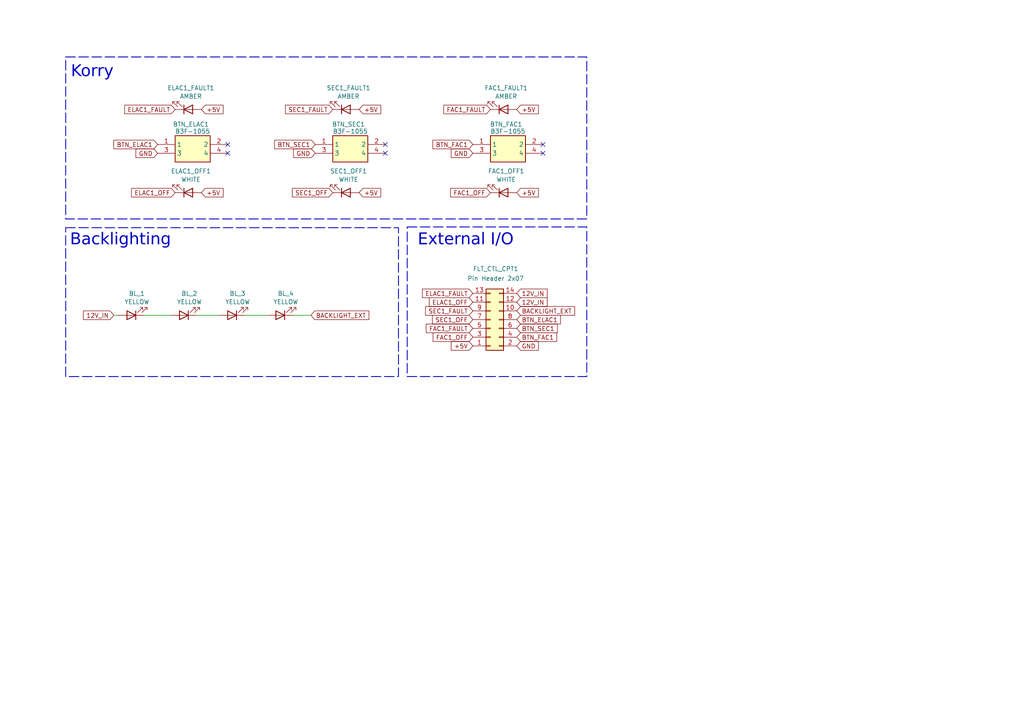
<source format=kicad_sch>
(kicad_sch (version 20231120) (generator "eeschema") (generator_version "8.0")
  (paper "A4")
  (title_block (title "FLT CTL Panel") (date "2024-11-17") (rev "V1.0") (company "S.K."))
  (lib_symbols
    (symbol "Connector_Generic:Conn_02x07_Odd_Even" (pin_names (offset 1.016) hide)
      (property "Reference" "J" (at 1.27 10.16 0))
      (property "Value" "Conn_02x07_Odd_Even" (at 1.27 -10.16 0))
      (symbol "Conn_02x07_Odd_Even_1_1"
        (rectangle (start -1.27 -7.493) (end 0 -7.747) (stroke (width 0.1524)))
        (rectangle (start -1.27 -4.953) (end 0 -5.207) (stroke (width 0.1524)))
        (rectangle (start -1.27 -2.413) (end 0 -2.667) (stroke (width 0.1524)))
        (rectangle (start -1.27 0.127) (end 0 -0.127) (stroke (width 0.1524)))
        (rectangle (start -1.27 2.667) (end 0 2.413) (stroke (width 0.1524)))
        (rectangle (start -1.27 5.207) (end 0 4.953) (stroke (width 0.1524)))
        (rectangle (start -1.27 7.747) (end 0 7.493) (stroke (width 0.1524)))
        (rectangle (start -1.27 8.89) (end 3.81 -8.89) (stroke (width 0.254)) (fill (type background)))
        (rectangle (start 3.81 -7.493) (end 2.54 -7.747) (stroke (width 0.1524)))
        (rectangle (start 3.81 -4.953) (end 2.54 -5.207) (stroke (width 0.1524)))
        (rectangle (start 3.81 -2.413) (end 2.54 -2.667) (stroke (width 0.1524)))
        (rectangle (start 3.81 0.127) (end 2.54 -0.127) (stroke (width 0.1524)))
        (rectangle (start 3.81 2.667) (end 2.54 2.413) (stroke (width 0.1524)))
        (rectangle (start 3.81 5.207) (end 2.54 4.953) (stroke (width 0.1524)))
        (rectangle (start 3.81 7.747) (end 2.54 7.493) (stroke (width 0.1524)))
        (pin passive line (at -5.08 7.62 0) (length 3.81) (name "Pin_1") (number "1"))
        (pin passive line (at 7.62 -2.54 180) (length 3.81) (name "Pin_10") (number "10"))
        (pin passive line (at -5.08 -5.08 0) (length 3.81) (name "Pin_11") (number "11"))
        (pin passive line (at 7.62 -5.08 180) (length 3.81) (name "Pin_12") (number "12"))
        (pin passive line (at -5.08 -7.62 0) (length 3.81) (name "Pin_13") (number "13"))
        (pin passive line (at 7.62 -7.62 180) (length 3.81) (name "Pin_14") (number "14"))
        (pin passive line (at 7.62 7.62 180) (length 3.81) (name "Pin_2") (number "2"))
        (pin passive line (at -5.08 5.08 0) (length 3.81) (name "Pin_3") (number "3"))
        (pin passive line (at 7.62 5.08 180) (length 3.81) (name "Pin_4") (number "4"))
        (pin passive line (at -5.08 2.54 0) (length 3.81) (name "Pin_5") (number "5"))
        (pin passive line (at 7.62 2.54 180) (length 3.81) (name "Pin_6") (number "6"))
        (pin passive line (at -5.08 0 0) (length 3.81) (name "Pin_7") (number "7"))
        (pin passive line (at 7.62 0 180) (length 3.81) (name "Pin_8") (number "8"))
        (pin passive line (at -5.08 -2.54 0) (length 3.81) (name "Pin_9") (number "9"))
      )
    )
    (symbol "Device:LED" (pin_numbers hide) (pin_names (offset 1.016) hide)
      (property "Reference" "D" (at 0 2.54 0))
      (property "Value" "LED" (at 0 -2.54 0))
      (symbol "LED_0_1"
        (polyline (pts (xy -1.27 -1.27) (xy -1.27 1.27)) (stroke (width 0.254)))
        (polyline (pts (xy -1.27 0) (xy 1.27 0)))
        (polyline (pts (xy 1.27 -1.27) (xy 1.27 1.27) (xy -1.27 0) (xy 1.27 -1.27)) (stroke (width 0.254)))
        (polyline (pts (xy -3.048 -0.762) (xy -4.572 -2.286) (xy -3.81 -2.286) (xy -4.572 -2.286) (xy -4.572 -1.524)))
        (polyline (pts (xy -1.778 -0.762) (xy -3.302 -2.286) (xy -2.54 -2.286) (xy -3.302 -2.286) (xy -3.302 -1.524)))
      )
      (symbol "LED_1_1"
        (pin passive line (at -3.81 0 0) (length 2.54) (name "K") (number "1"))
        (pin passive line (at 3.81 0 180) (length 2.54) (name "A") (number "2"))
      )
    )
    (symbol "SamacSys_Parts:B3F-1055"
      (property "Reference" "SW" (at 5.588 7.62 0))
      (property "Value" "B3F-1055" (at 5.334 5.08 0))
      (symbol "B3F-1055_1_1"
        (rectangle (start 5.08 2.54) (end 15.24 -5.08) (stroke (width 0.254)) (fill (type background)))
        (pin passive line (at 20.32 -2.54 180) (length 5.08) (name "1") (number "1"))
        (pin passive line (at 0 -2.54 0) (length 5.08) (name "2") (number "2"))
        (pin passive line (at 20.32 0 180) (length 5.08) (name "3") (number "3"))
        (pin passive line (at 0 0 0) (length 5.08) (name "4") (number "4"))
      )
    )
  )
  (no_connect (at 111.76 44.45))
  (no_connect (at 157.48 44.45))
  (no_connect (at 111.76 41.91))
  (no_connect (at 66.04 41.91))
  (no_connect (at 66.04 44.45))
  (no_connect (at 157.48 41.91))
  (wire (pts (xy 57.15 91.44) (xy 63.5 91.44)))
  (wire (pts (xy 85.09 91.44) (xy 90.17 91.44)))
  (wire (pts (xy 33.02 91.44) (xy 34.29 91.44)))
  (wire (pts (xy 41.91 91.44) (xy 49.53 91.44)))
  (wire (pts (xy 71.12 91.44) (xy 77.47 91.44)))
  (rectangle (start 19.0499 66.04) (end 115.57 109.22) (stroke (width 0.254) (type dash)))
  (rectangle (start 118.11 65.8234) (end 170.18 109.22) (stroke (width 0.254) (type dash)))
  (rectangle (start 19.05 16.51) (end 170.18 63.5) (stroke (width 0.254) (type dash)))
  (text "Backlighting" (at 20.32 68.58 0) (effects (font (size 3.3782 3.3782)) (justify left top)))
  (text "External I/O" (at 121.158 68.58 0) (effects (font (size 3.3782 3.3782)) (justify left top)))
  (text "Korry" (at 20.574 19.812 0) (effects (font (size 3.3782 3.3782)) (justify left top)))
  (global_label "GND" (shape input) (at 91.44 44.45 180) (property "Intersheetrefs" "${INTERSHEET_REFS}" (effects (hide yes))))
  (global_label "+5V" (shape input) (at 137.16 100.33 180) (property "Intersheetrefs" "${INTERSHEET_REFS}" (effects (hide yes))))
  (global_label "+5V" (shape input) (at 104.14 55.88 0) (property "Intersheetrefs" "${INTERSHEET_REFS}" (effects (hide yes))))
  (global_label "BTN_FAC1" (shape input) (at 137.16 41.91 180) (property "Intersheetrefs" "${INTERSHEET_REFS}" (effects (hide yes))))
  (global_label "BACKLIGHT_EXT" (shape input) (at 149.86 90.17 0) (property "Intersheetrefs" "${INTERSHEET_REFS}" (effects (hide yes))))
  (global_label "BTN_ELAC1" (shape input) (at 149.86 92.71 0) (property "Intersheetrefs" "${INTERSHEET_REFS}" (effects (hide yes))))
  (global_label "FAC1_OFF" (shape input) (at 142.24 55.88 180) (property "Intersheetrefs" "${INTERSHEET_REFS}" (effects (hide yes))))
  (global_label "ELAC1_FAULT" (shape input) (at 50.8 31.75 180) (property "Intersheetrefs" "${INTERSHEET_REFS}" (effects (hide yes))))
  (global_label "BACKLIGHT_EXT" (shape input) (at 90.17 91.44 0) (property "Intersheetrefs" "${INTERSHEET_REFS}" (effects (hide yes))))
  (global_label "+5V" (shape input) (at 58.42 31.75 0) (property "Intersheetrefs" "${INTERSHEET_REFS}" (effects (hide yes))))
  (global_label "12V_IN" (shape input) (at 149.86 85.09 0) (property "Intersheetrefs" "${INTERSHEET_REFS}" (effects (hide yes))))
  (global_label "ELAC1_OFF" (shape input) (at 50.8 55.88 180) (property "Intersheetrefs" "${INTERSHEET_REFS}" (effects (hide yes))))
  (global_label "FAC1_FAULT" (shape input) (at 142.24 31.75 180) (property "Intersheetrefs" "${INTERSHEET_REFS}" (effects (hide yes))))
  (global_label "FAC1_OFF" (shape input) (at 137.16 97.79 180) (property "Intersheetrefs" "${INTERSHEET_REFS}" (effects (hide yes))))
  (global_label "+5V" (shape input) (at 104.14 31.75 0) (property "Intersheetrefs" "${INTERSHEET_REFS}" (effects (hide yes))))
  (global_label "12V_IN" (shape input) (at 33.02 91.44 180) (property "Intersheetrefs" "${INTERSHEET_REFS}" (effects (hide yes))))
  (global_label "+5V" (shape input) (at 149.86 55.88 0) (property "Intersheetrefs" "${INTERSHEET_REFS}" (effects (hide yes))))
  (global_label "ELAC1_FAULT" (shape input) (at 137.16 85.09 180) (property "Intersheetrefs" "${INTERSHEET_REFS}" (effects (hide yes))))
  (global_label "ELAC1_OFF" (shape input) (at 137.16 87.63 180) (property "Intersheetrefs" "${INTERSHEET_REFS}" (effects (hide yes))))
  (global_label "SEC1_OFF" (shape input) (at 96.52 55.88 180) (property "Intersheetrefs" "${INTERSHEET_REFS}" (effects (hide yes))))
  (global_label "SEC1_FAULT" (shape input) (at 96.52 31.75 180) (property "Intersheetrefs" "${INTERSHEET_REFS}" (effects (hide yes))))
  (global_label "+5V" (shape input) (at 149.86 31.75 0) (property "Intersheetrefs" "${INTERSHEET_REFS}" (effects (hide yes))))
  (global_label "BTN_FAC1" (shape input) (at 149.86 97.79 0) (property "Intersheetrefs" "${INTERSHEET_REFS}" (effects (hide yes))))
  (global_label "+5V" (shape input) (at 58.42 55.88 0) (property "Intersheetrefs" "${INTERSHEET_REFS}" (effects (hide yes))))
  (global_label "BTN_SEC1" (shape input) (at 149.86 95.25 0) (property "Intersheetrefs" "${INTERSHEET_REFS}" (effects (hide yes))))
  (global_label "SEC1_OFF" (shape input) (at 137.16 92.71 180) (property "Intersheetrefs" "${INTERSHEET_REFS}" (effects (hide yes))))
  (global_label "GND" (shape input) (at 137.16 44.45 180) (property "Intersheetrefs" "${INTERSHEET_REFS}" (effects (hide yes))))
  (global_label "12V_IN" (shape input) (at 149.86 87.63 0) (property "Intersheetrefs" "${INTERSHEET_REFS}" (effects (hide yes))))
  (global_label "GND" (shape input) (at 149.86 100.33 0) (property "Intersheetrefs" "${INTERSHEET_REFS}" (effects (hide yes))))
  (global_label "SEC1_FAULT" (shape input) (at 137.16 90.17 180) (property "Intersheetrefs" "${INTERSHEET_REFS}" (effects (hide yes))))
  (global_label "BTN_ELAC1" (shape input) (at 45.72 41.91 180) (property "Intersheetrefs" "${INTERSHEET_REFS}" (effects (hide yes))))
  (global_label "FAC1_FAULT" (shape input) (at 137.16 95.25 180) (property "Intersheetrefs" "${INTERSHEET_REFS}" (effects (hide yes))))
  (global_label "GND" (shape input) (at 45.72 44.45 180) (property "Intersheetrefs" "${INTERSHEET_REFS}" (effects (hide yes))))
  (global_label "BTN_SEC1" (shape input) (at 91.44 41.91 180) (property "Intersheetrefs" "${INTERSHEET_REFS}" (effects (hide yes))))
  (symbol (lib_id "Device:LED") (at 53.34 91.44 180) (unit 1)
    (property "Reference" "BL_2" (at 54.9275 85.1365 0))
    (property "Value" "YELLOW" (at 54.9275 87.5608 0))
    (property "Footprint" "LED_THT:LED_D3.0mm" (effects (hide yes)))
    (property "Description" "Light emitting diode" (effects (hide yes)))
  )
  (symbol (lib_id "SamacSys_Parts:B3F-1055") (at 157.48 44.45 180) (unit 1)
    (property "Reference" "BTN_FAC1" (at 146.812 36.068 0))
    (property "Value" "B3F-1055" (at 147.32 38.1 0))
    (property "Footprint" "SamacSys_Parts:B3F1000" (effects (hide yes)))
    (property "Datasheet" "https://omronfs.omron.com/en_US/ecb/products/pdf/en-b3f.pdf" (effects (hide yes)))
    (property "Description" "OMRON ELECTRONIC COMPONENTS - B3F-1055 - SWITCH, TACTILE, SPST-NO, 50mA, THOUGH HOLE" (effects (hide yes)))
    (property "Mouser Part Number" "653-B3F-1055" (effects (hide yes)))
    (property "Mouser Price/Stock" "https://www.mouser.co.uk/ProductDetail/Omron-Electronics/B3F-1055?qs=1tDaWCEHQQ77i2BzV2Yqkw%3D%3D" (effects (hide yes)))
    (property "Manufacturer_Name" "Omron Electronics" (effects (hide yes)))
    (property "Manufacturer_Part_Number" "B3F-1055" (effects (hide yes)))
  )
  (symbol (lib_id "Device:LED") (at 67.31 91.44 180) (unit 1)
    (property "Reference" "BL_3" (at 68.8975 85.1365 0))
    (property "Value" "YELLOW" (at 68.8975 87.5608 0))
    (property "Footprint" "LED_THT:LED_D3.0mm" (effects (hide yes)))
    (property "Description" "Light emitting diode" (effects (hide yes)))
  )
  (symbol (lib_id "Device:LED") (at 100.33 55.88 0) (mirror x) (unit 1)
    (property "Reference" "SEC1_OFF1" (at 101.092 49.6457 0))
    (property "Value" "WHITE" (at 101.092 52.07 0))
    (property "Footprint" "LED_THT:LED_D3.0mm" (effects (hide yes)))
    (property "Description" "Light emitting diode" (effects (hide yes)))
  )
  (symbol (lib_id "SamacSys_Parts:B3F-1055") (at 111.76 44.45 180) (unit 1)
    (property "Reference" "BTN_SEC1" (at 101.092 36.068 0))
    (property "Value" "B3F-1055" (at 101.6 38.1 0))
    (property "Footprint" "SamacSys_Parts:B3F1000" (effects (hide yes)))
    (property "Datasheet" "https://omronfs.omron.com/en_US/ecb/products/pdf/en-b3f.pdf" (effects (hide yes)))
    (property "Description" "OMRON ELECTRONIC COMPONENTS - B3F-1055 - SWITCH, TACTILE, SPST-NO, 50mA, THOUGH HOLE" (effects (hide yes)))
    (property "Mouser Part Number" "653-B3F-1055" (effects (hide yes)))
    (property "Mouser Price/Stock" "https://www.mouser.co.uk/ProductDetail/Omron-Electronics/B3F-1055?qs=1tDaWCEHQQ77i2BzV2Yqkw%3D%3D" (effects (hide yes)))
    (property "Manufacturer_Name" "Omron Electronics" (effects (hide yes)))
    (property "Manufacturer_Part_Number" "B3F-1055" (effects (hide yes)))
  )
  (symbol (lib_id "SamacSys_Parts:B3F-1055") (at 66.04 44.45 180) (unit 1)
    (property "Reference" "BTN_ELAC1" (at 55.372 36.068 0))
    (property "Value" "B3F-1055" (at 55.88 38.1 0))
    (property "Footprint" "SamacSys_Parts:B3F1000" (effects (hide yes)))
    (property "Datasheet" "https://omronfs.omron.com/en_US/ecb/products/pdf/en-b3f.pdf" (effects (hide yes)))
    (property "Description" "OMRON ELECTRONIC COMPONENTS - B3F-1055 - SWITCH, TACTILE, SPST-NO, 50mA, THOUGH HOLE" (effects (hide yes)))
    (property "Mouser Part Number" "653-B3F-1055" (effects (hide yes)))
    (property "Mouser Price/Stock" "https://www.mouser.co.uk/ProductDetail/Omron-Electronics/B3F-1055?qs=1tDaWCEHQQ77i2BzV2Yqkw%3D%3D" (effects (hide yes)))
    (property "Manufacturer_Name" "Omron Electronics" (effects (hide yes)))
    (property "Manufacturer_Part_Number" "B3F-1055" (effects (hide yes)))
  )
  (symbol (lib_id "Device:LED") (at 146.05 55.88 0) (mirror x) (unit 1)
    (property "Reference" "FAC1_OFF1" (at 146.812 49.6457 0))
    (property "Value" "WHITE" (at 146.812 52.07 0))
    (property "Footprint" "LED_THT:LED_D3.0mm" (effects (hide yes)))
    (property "Description" "Light emitting diode" (effects (hide yes)))
  )
  (symbol (lib_id "Device:LED") (at 38.1 91.44 180) (unit 1)
    (property "Reference" "BL_1" (at 39.6875 85.1365 0))
    (property "Value" "YELLOW" (at 39.6875 87.5608 0))
    (property "Footprint" "LED_THT:LED_D3.0mm" (effects (hide yes)))
    (property "Description" "Light emitting diode" (effects (hide yes)))
  )
  (symbol (lib_id "Device:LED") (at 54.61 31.75 0) (mirror x) (unit 1)
    (property "Reference" "ELAC1_FAULT1" (at 55.372 25.5157 0))
    (property "Value" "AMBER" (at 55.372 27.94 0))
    (property "Footprint" "LED_THT:LED_D3.0mm" (effects (hide yes)))
    (property "Description" "Light emitting diode" (effects (hide yes)))
  )
  (symbol (lib_id "Connector_Generic:Conn_02x07_Odd_Even") (at 142.24 92.71 0) (mirror x) (unit 1)
    (property "Reference" "FLT_CTL_CPT1" (at 143.764 77.978 0))
    (property "Value" "Pin Header 2x07" (at 143.764 80.772 0))
    (property "Footprint" "Connector_IDC:IDC-Header_2x07_P2.54mm_Vertical" (effects (hide yes)))
    (property "Description" "Generic connector, double row, 02x07, odd/even pin numbering scheme (row 1 odd numbers, row 2 even numbers), script generated (kicad-library-utils/schlib/autogen/connector/)" (effects (hide yes)))
  )
  (symbol (lib_id "Device:LED") (at 100.33 31.75 0) (mirror x) (unit 1)
    (property "Reference" "SEC1_FAULT1" (at 101.092 25.5157 0))
    (property "Value" "AMBER" (at 101.092 27.94 0))
    (property "Footprint" "LED_THT:LED_D3.0mm" (effects (hide yes)))
    (property "Description" "Light emitting diode" (effects (hide yes)))
  )
  (symbol (lib_id "Device:LED") (at 54.61 55.88 0) (mirror x) (unit 1)
    (property "Reference" "ELAC1_OFF1" (at 55.372 49.6457 0))
    (property "Value" "WHITE" (at 55.372 52.07 0))
    (property "Footprint" "LED_THT:LED_D3.0mm" (effects (hide yes)))
    (property "Description" "Light emitting diode" (effects (hide yes)))
  )
  (symbol (lib_id "Device:LED") (at 146.05 31.75 0) (mirror x) (unit 1)
    (property "Reference" "FAC1_FAULT1" (at 146.812 25.5157 0))
    (property "Value" "AMBER" (at 146.812 27.94 0))
    (property "Footprint" "LED_THT:LED_D3.0mm" (effects (hide yes)))
    (property "Description" "Light emitting diode" (effects (hide yes)))
  )
  (symbol (lib_id "Device:LED") (at 81.28 91.44 180) (unit 1)
    (property "Reference" "BL_4" (at 82.8675 85.1365 0))
    (property "Value" "YELLOW" (at 82.8675 87.5608 0))
    (property "Footprint" "LED_THT:LED_D3.0mm" (effects (hide yes)))
    (property "Description" "Light emitting diode" (effects (hide yes)))
  )
)
</source>
